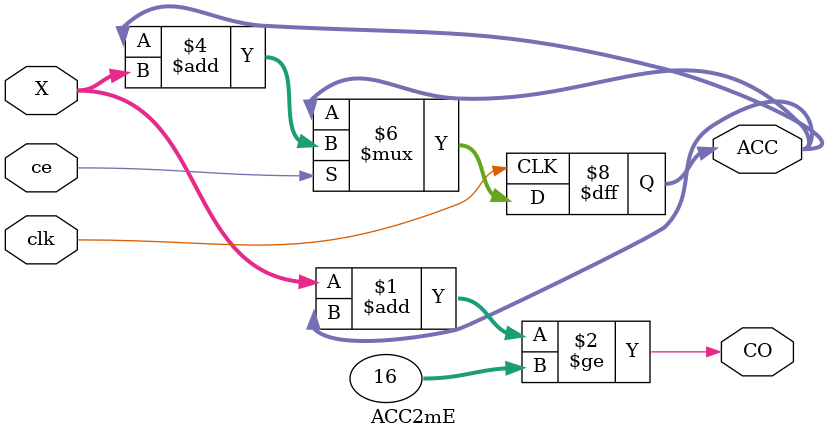
<source format=v>
`ifndef m
	`define m 4
`endif

module ACC2mE( input [`m-1:0] X, output reg [`m-1:0] ACC = 0,
							 input ce, output wire CO,
							 input clk);

	assign CO = (X+ACC >= 1<<`m); //Сигнал переноса
	always @ (posedge clk) if (ce) begin
		ACC <= ACC + X; // Аккумулятор с емкостью 2 m
	end

endmodule

</source>
